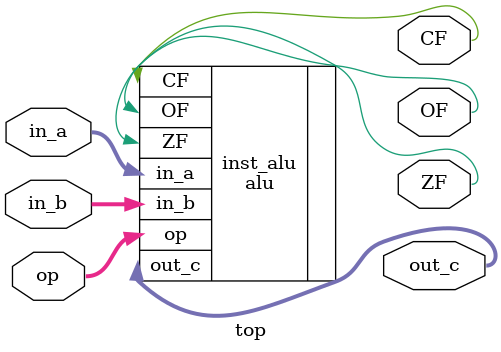
<source format=v>
module top (in_a,in_b,op,out_c,ZF,OF,CF);
    input [3:0] in_a; // 操作数a
    input [3:0] in_b; // 操作数b
    input [2:0] op; // 操作码
    output reg [3:0] out_c; // 运算结果
    output reg ZF; // 结果是否为0
    output reg OF; // 是否溢出
    output reg CF; // 是否有进位
    alu inst_alu(
      .in_a(in_a),
      .in_b(in_b),
      .op(op),
      .out_c(out_c),
      .ZF(ZF),
      .OF(OF),
      .CF(CF)
    );
endmodule


</source>
